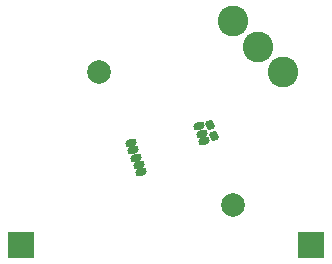
<source format=gbs>
G04*
G04 #@! TF.GenerationSoftware,Altium Limited,Altium Designer,20.2.5 (213)*
G04*
G04 Layer_Color=16711935*
%FSLAX25Y25*%
%MOIN*%
G70*
G04*
G04 #@! TF.SameCoordinates,6A220F91-A522-4A6E-AAF5-B6834703FD54*
G04*
G04*
G04 #@! TF.FilePolarity,Negative*
G04*
G01*
G75*
%ADD18R,0.08661X0.08661*%
%ADD39C,0.07874*%
%ADD40C,0.10249*%
G04:AMPARAMS|DCode=73|XSize=27.56mil|YSize=31.5mil|CornerRadius=5.91mil|HoleSize=0mil|Usage=FLASHONLY|Rotation=200.000|XOffset=0mil|YOffset=0mil|HoleType=Round|Shape=RoundedRectangle|*
%AMROUNDEDRECTD73*
21,1,0.02756,0.01968,0,0,200.0*
21,1,0.01575,0.03150,0,0,200.0*
1,1,0.01181,-0.01077,0.00656*
1,1,0.01181,0.00403,0.01194*
1,1,0.01181,0.01077,-0.00656*
1,1,0.01181,-0.00403,-0.01194*
%
%ADD73ROUNDEDRECTD73*%
G04:AMPARAMS|DCode=74|XSize=25.59mil|YSize=39.37mil|CornerRadius=0mil|HoleSize=0mil|Usage=FLASHONLY|Rotation=290.000|XOffset=0mil|YOffset=0mil|HoleType=Round|Shape=Round|*
%AMOVALD74*
21,1,0.01378,0.02559,0.00000,0.00000,20.0*
1,1,0.02559,-0.00647,-0.00236*
1,1,0.02559,0.00647,0.00236*
%
%ADD74OVALD74*%

D18*
X48425Y-35433D02*
D03*
X-48425Y-35433D02*
D03*
D39*
X22271Y-22271D02*
D03*
X-22271Y22271D02*
D03*
D40*
X22271Y38974D02*
D03*
X30623Y30623D02*
D03*
X38974Y22271D02*
D03*
D73*
X16054Y725D02*
D03*
X14708Y4425D02*
D03*
D74*
X10914Y3972D02*
D03*
X11789Y1568D02*
D03*
X12664Y-837D02*
D03*
X-11789Y-1568D02*
D03*
X-10914Y-3972D02*
D03*
X-10039Y-6377D02*
D03*
X-9163Y-8782D02*
D03*
X-8288Y-11186D02*
D03*
M02*

</source>
